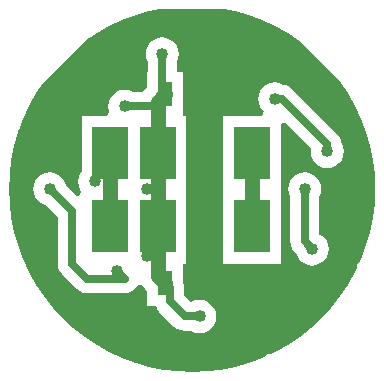
<source format=gbl>
%FSLAX25Y25*%
%MOIN*%
G70*
G01*
G75*
G04 Layer_Physical_Order=2*
G04 Layer_Color=65280*
%ADD10R,0.05906X0.05906*%
%ADD11R,0.05906X0.05906*%
%ADD12P,0.08352X4X337.5*%
%ADD13P,0.08352X4X382.5*%
%ADD14P,0.08352X4X67.5*%
%ADD15P,0.08352X4X112.5*%
%ADD16C,0.02500*%
%ADD17C,0.04000*%
%ADD18R,0.05000X0.08000*%
%ADD19R,0.12205X0.17716*%
%ADD20C,0.05000*%
G36*
X1114239Y859311D02*
X1118849Y858010D01*
X1123342Y856353D01*
X1127691Y854348D01*
X1131870Y852007D01*
X1135252Y849748D01*
X1137500Y847500D01*
X1140000Y845000D01*
X1142500Y842500D01*
X1145000Y840000D01*
X1147500Y837500D01*
X1149748Y835252D01*
X1152007Y831870D01*
X1154348Y827691D01*
X1156353Y823342D01*
X1158010Y818849D01*
X1159311Y814239D01*
X1160245Y809542D01*
X1160808Y804786D01*
X1160996Y800000D01*
X1160808Y795214D01*
X1160245Y790458D01*
X1159311Y785761D01*
X1158010Y781151D01*
X1156353Y776658D01*
X1156092Y776092D01*
X1155000Y775000D01*
Y773724D01*
X1154348Y772308D01*
X1152007Y768130D01*
X1149347Y764148D01*
X1146382Y760386D01*
X1143131Y756869D01*
X1139614Y753618D01*
X1135852Y750653D01*
X1131870Y747993D01*
X1127691Y745652D01*
X1126276Y745000D01*
X1125000D01*
X1123908Y743908D01*
X1123342Y743647D01*
X1118849Y741990D01*
X1114239Y740690D01*
X1109542Y739755D01*
X1104786Y739192D01*
X1100000Y739004D01*
X1095214Y739192D01*
X1090458Y739755D01*
X1085761Y740690D01*
X1081151Y741990D01*
X1080136Y742364D01*
X1080000Y742500D01*
X1079768D01*
X1076658Y743647D01*
X1072309Y745652D01*
X1068130Y747993D01*
X1064148Y750653D01*
X1060386Y753618D01*
X1056869Y756869D01*
X1053618Y760386D01*
X1050653Y764148D01*
X1047993Y768130D01*
X1045652Y772308D01*
X1043647Y776658D01*
X1041990Y781151D01*
X1040689Y785761D01*
X1039755Y790458D01*
X1039192Y795214D01*
X1039004Y800000D01*
X1039192Y804786D01*
X1039755Y809542D01*
X1040689Y814239D01*
X1041990Y818849D01*
X1042364Y819864D01*
X1042500Y820000D01*
Y820232D01*
X1043647Y823342D01*
X1045652Y827691D01*
X1047993Y831870D01*
X1050252Y835252D01*
X1060000Y845000D01*
X1064748Y849748D01*
X1068130Y852007D01*
X1072309Y854348D01*
X1076658Y856353D01*
X1081151Y858010D01*
X1085761Y859311D01*
X1089227Y860000D01*
X1110773D01*
X1114239Y859311D01*
D02*
G37*
%LPC*%
G36*
X1137500Y805548D02*
X1136064Y805358D01*
X1134726Y804804D01*
X1133577Y803923D01*
X1132696Y802774D01*
X1132142Y801436D01*
X1131952Y800000D01*
X1132142Y798564D01*
X1132696Y797226D01*
X1132709Y797209D01*
Y782500D01*
X1132872Y781260D01*
X1133211Y780443D01*
X1133351Y780104D01*
X1134112Y779112D01*
X1134639Y778586D01*
X1134642Y778564D01*
X1135196Y777226D01*
X1136077Y776077D01*
X1137226Y775196D01*
X1138564Y774642D01*
X1140000Y774452D01*
X1141436Y774642D01*
X1142774Y775196D01*
X1143923Y776077D01*
X1144804Y777226D01*
X1145358Y778564D01*
X1145547Y780000D01*
X1145358Y781436D01*
X1144804Y782774D01*
X1143923Y783923D01*
X1142774Y784804D01*
X1142291Y785004D01*
Y797209D01*
X1142304Y797226D01*
X1142858Y798564D01*
X1143048Y800000D01*
X1142858Y801436D01*
X1142304Y802774D01*
X1141423Y803923D01*
X1140274Y804804D01*
X1138936Y805358D01*
X1137500Y805548D01*
D02*
G37*
G36*
X1090000Y850548D02*
X1088564Y850358D01*
X1087226Y849804D01*
X1086077Y848923D01*
X1085196Y847774D01*
X1084642Y846436D01*
X1084453Y845000D01*
X1084642Y843564D01*
X1085196Y842226D01*
X1085209Y842209D01*
Y839000D01*
X1085000D01*
Y834026D01*
X1084241Y833267D01*
X1083491Y832353D01*
X1083458Y832291D01*
X1080291D01*
X1080274Y832304D01*
X1078936Y832858D01*
X1077500Y833047D01*
X1076064Y832858D01*
X1074726Y832304D01*
X1073577Y831423D01*
X1072696Y830274D01*
X1072142Y828936D01*
X1071953Y827500D01*
X1072142Y826064D01*
X1072288Y825712D01*
X1071454Y824465D01*
X1063153D01*
Y805870D01*
X1062696Y805274D01*
X1062142Y803936D01*
X1061952Y802500D01*
X1062142Y801064D01*
X1062696Y799726D01*
X1063014Y799312D01*
X1062626Y797863D01*
X1061768Y797508D01*
X1057861Y801414D01*
X1057858Y801436D01*
X1057304Y802774D01*
X1056423Y803923D01*
X1055274Y804804D01*
X1053936Y805358D01*
X1052500Y805548D01*
X1051064Y805358D01*
X1049726Y804804D01*
X1048577Y803923D01*
X1047696Y802774D01*
X1047142Y801436D01*
X1046953Y800000D01*
X1047142Y798564D01*
X1047696Y797226D01*
X1048577Y796077D01*
X1049726Y795196D01*
X1051064Y794642D01*
X1051086Y794639D01*
X1055209Y790516D01*
Y775000D01*
X1055372Y773760D01*
X1055711Y772943D01*
X1055851Y772605D01*
X1056612Y771612D01*
X1061612Y766612D01*
Y766612D01*
X1061612D01*
X1061612Y766612D01*
X1061612D01*
D01*
D01*
D01*
Y766612D01*
X1061612Y766612D01*
D01*
X1062605Y765851D01*
X1063760Y765372D01*
X1065000Y765209D01*
X1077500D01*
X1078740Y765372D01*
X1079895Y765851D01*
X1080888Y766612D01*
X1081649Y767604D01*
X1081792Y767949D01*
X1083290Y768022D01*
X1083491Y767647D01*
X1084241Y766733D01*
X1085000Y765974D01*
Y761000D01*
X1087980D01*
X1088211Y760443D01*
X1088351Y760105D01*
X1089112Y759112D01*
Y759112D01*
D01*
D01*
X1089112Y759112D01*
Y759112D01*
X1089112Y759112D01*
X1094112Y754112D01*
Y754112D01*
X1094112D01*
X1094112Y754112D01*
X1094112D01*
D01*
D01*
D01*
Y754112D01*
X1094112Y754112D01*
D01*
X1095105Y753351D01*
X1096260Y752872D01*
X1096260Y752872D01*
D01*
D01*
D01*
X1096260D01*
D01*
D01*
D01*
X1096260D01*
Y752872D01*
D01*
X1097500Y752709D01*
X1099709D01*
X1099726Y752696D01*
X1101064Y752142D01*
X1102500Y751953D01*
X1103936Y752142D01*
X1105274Y752696D01*
X1106423Y753577D01*
X1107304Y754726D01*
X1107858Y756064D01*
X1108047Y757500D01*
X1107858Y758936D01*
X1107304Y760274D01*
X1106423Y761423D01*
X1105274Y762304D01*
X1103936Y762858D01*
X1102500Y763048D01*
X1101064Y762858D01*
X1099726Y762304D01*
X1099709Y762291D01*
X1099485D01*
X1097291Y764485D01*
Y767000D01*
X1097128Y768240D01*
X1097027Y768482D01*
X1097029Y768500D01*
X1097000Y768795D01*
Y775142D01*
X1098106D01*
Y799748D01*
Y824465D01*
X1097000D01*
Y831205D01*
X1097029Y831500D01*
X1097000Y831795D01*
Y839000D01*
X1094791D01*
Y842209D01*
X1094804Y842226D01*
X1095358Y843564D01*
X1095547Y845000D01*
X1095358Y846436D01*
X1094804Y847774D01*
X1093923Y848923D01*
X1092774Y849804D01*
X1091436Y850358D01*
X1090000Y850548D01*
D02*
G37*
G36*
X1127500Y835548D02*
X1126064Y835358D01*
X1124726Y834804D01*
X1123577Y833923D01*
X1122696Y832774D01*
X1122142Y831436D01*
X1121953Y830000D01*
X1122142Y828564D01*
X1122696Y827226D01*
X1123577Y826077D01*
X1123828Y825885D01*
X1123346Y824465D01*
X1110398D01*
Y799748D01*
Y775142D01*
X1129602D01*
Y799748D01*
Y821662D01*
X1130988Y822236D01*
X1139600Y813624D01*
X1139452Y812500D01*
X1139642Y811064D01*
X1140196Y809726D01*
X1141077Y808577D01*
X1142226Y807696D01*
X1143564Y807142D01*
X1145000Y806952D01*
X1146436Y807142D01*
X1147774Y807696D01*
X1148923Y808577D01*
X1149804Y809726D01*
X1150358Y811064D01*
X1150548Y812500D01*
X1150358Y813936D01*
X1149804Y815274D01*
X1149745Y815351D01*
X1149628Y816240D01*
X1149149Y817395D01*
X1148388Y818388D01*
X1133388Y833388D01*
X1132395Y834149D01*
X1132057Y834289D01*
X1131240Y834628D01*
X1130351Y834745D01*
X1130274Y834804D01*
X1128936Y835358D01*
X1127500Y835548D01*
D02*
G37*
%LPD*%
D16*
X1120000Y850000D02*
X1155000Y815000D01*
Y787500D02*
Y815000D01*
X1135000Y812500D02*
X1150000Y797500D01*
X1082500Y855000D02*
X1112500D01*
X1072500Y750000D02*
X1120000D01*
X1150000Y797500D02*
X1155000D01*
X1135000Y812500D02*
Y815000D01*
X1145000Y812500D02*
Y815000D01*
X1130000Y830000D02*
X1145000Y815000D01*
X1127500Y830000D02*
X1130000D01*
X1150000Y782500D02*
X1155000Y787500D01*
X1150000Y775000D02*
Y782500D01*
X1090000Y832500D02*
X1091000Y831500D01*
X1090000Y832500D02*
Y845000D01*
X1087000Y827500D02*
X1088504Y829004D01*
X1077500Y827500D02*
X1087000D01*
X1076326Y848674D02*
Y848826D01*
X1073674Y848674D02*
X1076326D01*
X1112500Y855000D02*
X1117500Y850000D01*
X1076326Y848826D02*
X1082500Y855000D01*
X1137500Y782500D02*
X1140000Y780000D01*
X1137500Y782500D02*
Y800000D01*
X1103500Y770000D02*
X1105000D01*
X1102000Y768500D02*
X1103500Y770000D01*
X1091000Y768500D02*
X1092500Y767000D01*
Y762500D02*
Y767000D01*
Y762500D02*
X1097500Y757500D01*
X1102500D01*
X1065000Y770000D02*
X1077500D01*
X1052500D02*
X1072500Y750000D01*
X1052500Y770000D02*
Y777500D01*
X1075000Y772500D02*
X1077500Y770000D01*
X1060000Y775000D02*
X1065000Y770000D01*
X1060000Y775000D02*
Y792500D01*
X1052500Y800000D02*
X1060000Y792500D01*
X1050000Y817500D02*
Y825000D01*
X1073674Y848674D01*
X1120000Y750000D02*
X1122500Y752500D01*
X1127500D01*
X1150000Y775000D01*
X1117500Y850000D02*
X1120000D01*
D17*
X1127500Y830000D02*
D03*
X1145000Y812500D02*
D03*
X1135000Y815000D02*
D03*
X1077500Y827500D02*
D03*
X1090000Y845000D02*
D03*
X1140000Y780000D02*
D03*
X1137500Y800000D02*
D03*
X1105000Y770000D02*
D03*
X1102500Y757500D02*
D03*
X1085000Y800000D02*
D03*
Y777500D02*
D03*
X1075000Y772500D02*
D03*
X1050000Y817500D02*
D03*
X1052500Y777500D02*
D03*
X1082500Y750000D02*
D03*
X1122500Y752500D02*
D03*
X1150000Y782500D02*
D03*
X1147500Y822500D02*
D03*
X1117500Y850000D02*
D03*
X1076326Y848674D02*
D03*
X1100000Y797500D02*
D03*
X1120000Y800000D02*
D03*
X1067500Y802500D02*
D03*
X1052500Y800000D02*
D03*
D18*
X1091000Y768500D02*
D03*
X1102000D02*
D03*
X1091000Y831500D02*
D03*
X1102000D02*
D03*
D19*
X1120000Y787500D02*
D03*
X1104252D02*
D03*
X1088504D02*
D03*
X1120000Y812106D02*
D03*
X1104252D02*
D03*
X1088504D02*
D03*
X1072756Y787500D02*
D03*
Y812106D02*
D03*
D20*
X1102000Y854500D02*
X1102500Y855000D01*
X1102000Y831500D02*
Y854500D01*
X1088504Y770996D02*
Y829004D01*
X1104252Y770752D02*
Y829248D01*
X1102000Y831500D02*
X1104252Y829248D01*
X1088504Y829004D02*
X1091000Y831500D01*
X1088504Y770996D02*
X1091000Y768500D01*
X1120000Y787500D02*
Y812106D01*
X1072756Y787500D02*
Y812106D01*
M02*

</source>
